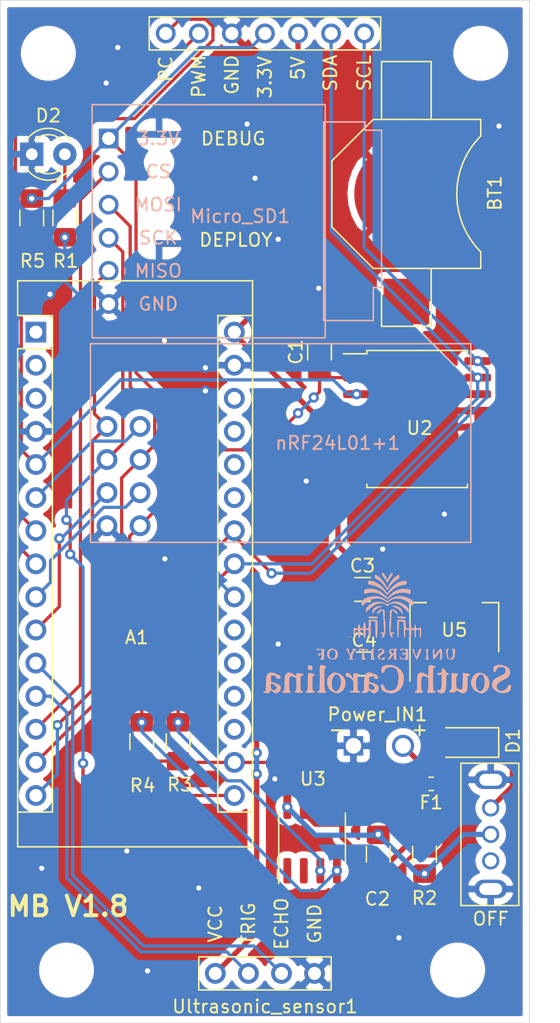
<source format=kicad_pcb>
(kicad_pcb (version 20171130) (host pcbnew "(5.1.6)-1")
  (layers (0 F.Cu signal) (31 B.Cu signal) (34 B.Paste user) (35 F.Paste user) (36 B.SilkS user) (37 F.SilkS user) (38 B.Mask user) (39 F.Mask user) (44 Edge.Cuts user))
  (net 0 "")
  (net 1 GND)
  (net 2 "Net-(D1-Pad2)")
  (net 3 "Net-(F1-Pad2)")
  (net 4 "Net-(switch1-Pad3)")
  (net 5 "Net-(BT1-Pad1)")
  (net 6 "Net-(U2-Pad1)")
  (net 7 "Net-(U2-Pad4)")
  (net 8 "Net-(A1-Pad1)")
  (net 9 "Net-(A1-Pad17)")
  (net 10 "Net-(A1-Pad2)")
  (net 11 "Net-(A1-Pad18)")
  (net 12 "Net-(A1-Pad3)")
  (net 13 "Net-(A1-Pad19)")
  (net 14 "Net-(A1-Pad20)")
  (net 15 "Net-(A1-Pad5)")
  (net 16 "Net-(A1-Pad21)")
  (net 17 "Net-(A1-Pad6)")
  (net 18 "Net-(A1-Pad22)")
  (net 19 "Net-(A1-Pad7)")
  (net 20 "Net-(A1-Pad23)")
  (net 21 "Net-(A1-Pad8)")
  (net 22 "Net-(A1-Pad24)")
  (net 23 "Net-(A1-Pad9)")
  (net 24 "Net-(A1-Pad25)")
  (net 25 "Net-(A1-Pad10)")
  (net 26 "Net-(A1-Pad26)")
  (net 27 "Net-(A1-Pad11)")
  (net 28 "Net-(A1-Pad27)")
  (net 29 "Net-(A1-Pad12)")
  (net 30 "Net-(A1-Pad28)")
  (net 31 "Net-(A1-Pad13)")
  (net 32 "Net-(A1-Pad14)")
  (net 33 "Net-(A1-Pad15)")
  (net 34 "Net-(A1-Pad16)")
  (net 35 "Net-(C2-Pad1)")
  (net 36 "Net-(C2-Pad2)")
  (net 37 "Net-(U3-Pad1)")
  (net 38 "Net-(U3-Pad2)")
  (net 39 "Net-(A1-Pad30)")
  (net 40 "Net-(D1-Pad1)")
  (net 41 "Net-(D2-Pad2)")
  (module custom:small_microSD_v2 (layer F.Cu) (at 142.3035 88.9635 90)
    (fp_text reference Micro_SD1 (at 1.016 13.2715 180) (layer B.SilkS))
    (fp_text value small_microSD)
    (fp_text user MISO (at -3.175 6.985) (layer B.SilkS))
    (fp_text user CS (at 4.445 6.985) (layer B.SilkS))
    (fp_text user MOSI (at 1.905 6.985) (layer B.SilkS))
    (fp_text user 3.3V (at 6.985 6.985) (layer B.SilkS))
    (fp_text user SCK (at -0.635 6.985) (layer B.SilkS))
    (fp_text user GND (at -5.715 6.985) (layer B.SilkS))
    (pad 5 thru_hole circle (at -3.175 3.175 90) (size 1.524 1.524) (drill 1) (layers *.Cu *.Mask) (net 33 "Net-(A1-Pad15)"))
    (pad 2 thru_hole circle (at 4.445 3.175 90) (size 1.524 1.524) (drill 1) (layers *.Cu *.Mask) (net 31 "Net-(A1-Pad13)"))
    (pad 1 thru_hole rect (at 6.985 3.175 90) (size 1.524 1.524) (drill 1) (layers *.Cu *.Mask) (net 9 "Net-(A1-Pad17)"))
    (pad 3 thru_hole circle (at 1.905 3.175 90) (size 1.524 1.524) (drill 1) (layers *.Cu *.Mask) (net 32 "Net-(A1-Pad14)"))
    (pad 4 thru_hole circle (at -0.635 3.175 90) (size 1.524 1.524) (drill 1) (layers *.Cu *.Mask) (net 34 "Net-(A1-Pad16)"))
    (pad 6 thru_hole circle (at -5.715 3.175 90) (size 1.524 1.524) (drill 1) (layers *.Cu *.Mask) (net 1 GND))
  )
  (module UofSC_logo:uofsc_logo_0_75in (layer B.Cu) (at 166.878 119.888 180)
    (fp_text reference G*** hide)
    (fp_text value LOGO hide)
  )
  (module MountingHole:MountingHole_3.2mm_M3 (layer F.Cu) (at 140.843 75.438)
    (fp_text reference REF** hide)
    (fp_text value MountingHole_3.2mm_M3)
    (pad 1 np_thru_hole circle (at 0 0) (size 3.2 3.2) (drill 3.2) (layers *.Cu *.Mask))
  )
  (module MountingHole:MountingHole_3.2mm_M3 (layer F.Cu) (at 172.2755 145.796)
    (fp_text reference REF** hide)
    (fp_text value MountingHole_3.2mm_M3)
    (pad 1 np_thru_hole circle (at 0 0) (size 3.2 3.2) (drill 3.2) (layers *.Cu *.Mask))
  )
  (module MountingHole:MountingHole_3.2mm_M3 (layer F.Cu) (at 174.0535 75.438)
    (fp_text reference REF** hide)
    (fp_text value MountingHole_3.2mm_M3)
    (pad 1 np_thru_hole circle (at 0 0) (size 3.2 3.2) (drill 3.2) (layers *.Cu *.Mask))
  )
  (module MountingHole:MountingHole_3.2mm_M3 (layer F.Cu) (at 142.24 145.796)
    (fp_text reference REF** hide)
    (fp_text value MountingHole_3.2mm_M3)
    (pad 1 np_thru_hole circle (at 0 0) (size 3.2 3.2) (drill 3.2) (layers *.Cu *.Mask))
  )
  (module Module:Arduino_Nano (layer F.Cu) (at 139.8905 96.8375)
    (fp_text reference A1 (at 7.747 23.4315) (layer F.SilkS))
    (fp_text value Arduino_Nano_v2.x-MCU_Module)
    (pad 1 thru_hole rect (at 0 0) (size 1.6 1.6) (drill 1) (layers *.Cu *.Mask) (net 8 "Net-(A1-Pad1)"))
    (pad 17 thru_hole oval (at 15.24 33.02) (size 1.6 1.6) (drill 1) (layers *.Cu *.Mask) (net 9 "Net-(A1-Pad17)"))
    (pad 2 thru_hole oval (at 0 2.54) (size 1.6 1.6) (drill 1) (layers *.Cu *.Mask) (net 10 "Net-(A1-Pad2)"))
    (pad 18 thru_hole oval (at 15.24 30.48) (size 1.6 1.6) (drill 1) (layers *.Cu *.Mask) (net 11 "Net-(A1-Pad18)"))
    (pad 3 thru_hole oval (at 0 5.08) (size 1.6 1.6) (drill 1) (layers *.Cu *.Mask) (net 12 "Net-(A1-Pad3)"))
    (pad 19 thru_hole oval (at 15.24 27.94) (size 1.6 1.6) (drill 1) (layers *.Cu *.Mask) (net 13 "Net-(A1-Pad19)"))
    (pad 4 thru_hole oval (at 0 7.62) (size 1.6 1.6) (drill 1) (layers *.Cu *.Mask) (net 1 GND))
    (pad 20 thru_hole oval (at 15.24 25.4) (size 1.6 1.6) (drill 1) (layers *.Cu *.Mask) (net 14 "Net-(A1-Pad20)"))
    (pad 5 thru_hole oval (at 0 10.16) (size 1.6 1.6) (drill 1) (layers *.Cu *.Mask) (net 15 "Net-(A1-Pad5)"))
    (pad 21 thru_hole oval (at 15.24 22.86) (size 1.6 1.6) (drill 1) (layers *.Cu *.Mask) (net 16 "Net-(A1-Pad21)"))
    (pad 6 thru_hole oval (at 0 12.7) (size 1.6 1.6) (drill 1) (layers *.Cu *.Mask) (net 17 "Net-(A1-Pad6)"))
    (pad 22 thru_hole oval (at 15.24 20.32) (size 1.6 1.6) (drill 1) (layers *.Cu *.Mask) (net 18 "Net-(A1-Pad22)"))
    (pad 7 thru_hole oval (at 0 15.24) (size 1.6 1.6) (drill 1) (layers *.Cu *.Mask) (net 19 "Net-(A1-Pad7)"))
    (pad 23 thru_hole oval (at 15.24 17.78) (size 1.6 1.6) (drill 1) (layers *.Cu *.Mask) (net 20 "Net-(A1-Pad23)"))
    (pad 8 thru_hole oval (at 0 17.78) (size 1.6 1.6) (drill 1) (layers *.Cu *.Mask) (net 21 "Net-(A1-Pad8)"))
    (pad 24 thru_hole oval (at 15.24 15.24) (size 1.6 1.6) (drill 1) (layers *.Cu *.Mask) (net 22 "Net-(A1-Pad24)"))
    (pad 9 thru_hole oval (at 0 20.32) (size 1.6 1.6) (drill 1) (layers *.Cu *.Mask) (net 23 "Net-(A1-Pad9)"))
    (pad 25 thru_hole oval (at 15.24 12.7) (size 1.6 1.6) (drill 1) (layers *.Cu *.Mask) (net 24 "Net-(A1-Pad25)"))
    (pad 10 thru_hole oval (at 0 22.86) (size 1.6 1.6) (drill 1) (layers *.Cu *.Mask) (net 25 "Net-(A1-Pad10)"))
    (pad 26 thru_hole oval (at 15.24 10.16) (size 1.6 1.6) (drill 1) (layers *.Cu *.Mask) (net 26 "Net-(A1-Pad26)"))
    (pad 11 thru_hole oval (at 0 25.4) (size 1.6 1.6) (drill 1) (layers *.Cu *.Mask) (net 27 "Net-(A1-Pad11)"))
    (pad 27 thru_hole oval (at 15.24 7.62) (size 1.6 1.6) (drill 1) (layers *.Cu *.Mask) (net 28 "Net-(A1-Pad27)"))
    (pad 12 thru_hole oval (at 0 27.94) (size 1.6 1.6) (drill 1) (layers *.Cu *.Mask) (net 29 "Net-(A1-Pad12)"))
    (pad 28 thru_hole oval (at 15.24 5.08) (size 1.6 1.6) (drill 1) (layers *.Cu *.Mask) (net 30 "Net-(A1-Pad28)"))
    (pad 13 thru_hole oval (at 0 30.48) (size 1.6 1.6) (drill 1) (layers *.Cu *.Mask) (net 31 "Net-(A1-Pad13)"))
    (pad 29 thru_hole oval (at 15.24 2.54) (size 1.6 1.6) (drill 1) (layers *.Cu *.Mask) (net 1 GND))
    (pad 14 thru_hole oval (at 0 33.02) (size 1.6 1.6) (drill 1) (layers *.Cu *.Mask) (net 32 "Net-(A1-Pad14)"))
    (pad 30 thru_hole oval (at 15.24 0) (size 1.6 1.6) (drill 1) (layers *.Cu *.Mask) (net 39 "Net-(A1-Pad30)"))
    (pad 15 thru_hole oval (at 0 35.56) (size 1.6 1.6) (drill 1) (layers *.Cu *.Mask) (net 33 "Net-(A1-Pad15)"))
    (pad 16 thru_hole oval (at 15.24 35.56) (size 1.6 1.6) (drill 1) (layers *.Cu *.Mask) (net 34 "Net-(A1-Pad16)"))
  )
  (module custom:battery_holder_10mm (layer F.Cu) (at 168.3385 86.233 270)
    (fp_text reference BT1 (at -0.0635 -6.7945 90) (layer F.SilkS))
    (fp_text value Battery_Cell)
    (pad 1 smd rect (at 8.255 0 180) (size 3.5 3.5) (layers F.Cu F.Mask) (net 5 "Net-(BT1-Pad1)"))
    (pad 1 smd rect (at -8.255 0 180) (size 3.5 3.5) (layers F.Cu F.Mask) (net 5 "Net-(BT1-Pad1)"))
    (pad 2 smd circle (at 0 0 180) (size 8 8) (layers F.Cu F.Mask) (net 1 GND))
  )
  (module Capacitor_SMD:C_1206_3216Metric_Pad1.42x1.75mm_HandSolder (layer F.Cu) (at 161.671 98.3615 90)
    (fp_text reference C1 (at 0 -1.82 90) (layer F.SilkS))
    (fp_text value C)
    (pad 2 smd roundrect (at 1.4875 0 90) (size 1.425 1.75) (layers F.Cu F.Paste F.Mask) (roundrect_rratio 0.175439) (net 1 GND))
    (pad 1 smd roundrect (at -1.4875 0 90) (size 1.425 1.75) (layers F.Cu F.Paste F.Mask) (roundrect_rratio 0.175439) (net 9 "Net-(A1-Pad17)"))
  )
  (module Capacitor_SMD:C_1206_3216Metric_Pad1.42x1.75mm_HandSolder (layer F.Cu) (at 166.1795 136.906 270)
    (fp_text reference C2 (at 3.429 0.0635) (layer F.SilkS))
    (fp_text value C)
    (pad 1 smd roundrect (at -1.4875 0 270) (size 1.425 1.75) (layers F.Cu F.Paste F.Mask) (roundrect_rratio 0.175439) (net 35 "Net-(C2-Pad1)"))
    (pad 2 smd roundrect (at 1.4875 0 270) (size 1.425 1.75) (layers F.Cu F.Paste F.Mask) (roundrect_rratio 0.175439) (net 36 "Net-(C2-Pad2)"))
  )
  (module Capacitor_SMD:C_1206_3216Metric_Pad1.42x1.75mm_HandSolder (layer F.Cu) (at 164.973 116.586)
    (fp_text reference C3 (at 0 -1.82) (layer F.SilkS))
    (fp_text value C)
    (pad 1 smd roundrect (at -1.4875 0) (size 1.425 1.75) (layers F.Cu F.Paste F.Mask) (roundrect_rratio 0.175439) (net 1 GND))
    (pad 2 smd roundrect (at 1.4875 0) (size 1.425 1.75) (layers F.Cu F.Paste F.Mask) (roundrect_rratio 0.175439) (net 39 "Net-(A1-Pad30)"))
  )
  (module Capacitor_SMD:C_1206_3216Metric_Pad1.42x1.75mm_HandSolder (layer F.Cu) (at 165.1 122.301)
    (fp_text reference C4 (at 0 -1.82) (layer F.SilkS))
    (fp_text value C)
    (pad 2 smd roundrect (at 1.4875 0) (size 1.425 1.75) (layers F.Cu F.Paste F.Mask) (roundrect_rratio 0.175439) (net 36 "Net-(C2-Pad2)"))
    (pad 1 smd roundrect (at -1.4875 0) (size 1.425 1.75) (layers F.Cu F.Paste F.Mask) (roundrect_rratio 0.175439) (net 1 GND))
  )
  (module Diode_SMD:D_1206_3216Metric_Pad1.42x1.75mm_HandSolder (layer F.Cu) (at 172.974 128.3335 180)
    (fp_text reference D1 (at -3.556 0.127 90) (layer F.SilkS))
    (fp_text value D)
    (pad 1 smd roundrect (at -1.4875 0 180) (size 1.425 1.75) (layers F.Cu F.Paste F.Mask) (roundrect_rratio 0.175439) (net 40 "Net-(D1-Pad1)"))
    (pad 2 smd roundrect (at 1.4875 0 180) (size 1.425 1.75) (layers F.Cu F.Paste F.Mask) (roundrect_rratio 0.175439) (net 2 "Net-(D1-Pad2)"))
  )
  (module LED_THT:LED_D3.0mm (layer F.Cu) (at 139.573 83.185)
    (fp_text reference D2 (at 1.27 -2.96) (layer F.SilkS))
    (fp_text value LED)
    (pad 1 thru_hole rect (at 0 0) (size 1.8 1.8) (drill 0.9) (layers *.Cu *.Mask) (net 1 GND))
    (pad 2 thru_hole circle (at 2.54 0) (size 1.8 1.8) (drill 0.9) (layers *.Cu *.Mask) (net 41 "Net-(D2-Pad2)"))
  )
  (module Resistor_SMD:R_0603_1608Metric_Pad1.05x0.95mm_HandSolder (layer F.Cu) (at 170.2435 131.5085 180)
    (fp_text reference F1 (at 0 -1.43) (layer F.SilkS))
    (fp_text value Fuse)
    (pad 1 smd roundrect (at -0.875 0 180) (size 1.05 0.95) (layers F.Cu F.Paste F.Mask) (net 2 "Net-(D1-Pad2)"))
    (pad 2 smd roundrect (at 0.875 0 180) (size 1.05 0.95) (layers F.Cu F.Paste F.Mask) (net 3 "Net-(F1-Pad2)"))
  )
  (module custom:nRF24L01+ (layer F.Cu) (at 156.7815 105.3465 270)
    (fp_text reference nRF24L01+1 (at 0 -6.2865 180) (layer B.SilkS))
    (fp_text value nRF24L01+)
    (pad 3 thru_hole circle (at 1.27 8.89 270) (size 1.6 1.6) (drill 1) (layers *.Cu *.Mask) (net 32 "Net-(A1-Pad14)"))
    (pad 7 thru_hole circle (at 1.27 11.43 270) (size 1.6 1.6) (drill 1) (layers *.Cu *.Mask) (net 34 "Net-(A1-Pad16)"))
    (pad 5 thru_hole circle (at 6.35 11.43 270) (size 1.6 1.6) (drill 1) (layers *.Cu *.Mask) (net 1 GND))
    (pad 6 thru_hole circle (at 3.81 11.43 270) (size 1.6 1.6) (drill 1) (layers *.Cu *.Mask) (net 25 "Net-(A1-Pad10)"))
    (pad 2 thru_hole circle (at 3.81 8.89 270) (size 1.6 1.6) (drill 1) (layers *.Cu *.Mask) (net 23 "Net-(A1-Pad9)"))
    (pad 1 thru_hole circle (at 6.35 8.89 270) (size 1.6 1.6) (drill 1) (layers *.Cu *.Mask) (net 9 "Net-(A1-Pad17)"))
    (pad 4 thru_hole circle (at -1.27 8.89 270) (size 1.6 1.6) (drill 1) (layers *.Cu *.Mask) (net 17 "Net-(A1-Pad6)"))
    (pad 8 thru_hole circle (at -1.27 11.43 270) (size 1.6 1.6) (drill 1) (layers *.Cu *.Mask) (net 33 "Net-(A1-Pad15)"))
  )
  (module custom:XT60PW (layer F.Cu) (at 166.8145 126.0475)
    (fp_text reference Power_IN1 (at -0.6985 0.127) (layer F.SilkS))
    (fp_text value XP60PW)
    (fp_text user + (at 2.54 1.27) (layer F.SilkS))
    (fp_text user - (at -3.81 1.27) (layer F.SilkS))
    (pad 2 thru_hole circle (at 1.27 2.54) (size 1.7 1.7) (drill 1.2) (layers *.Cu *.Mask) (net 3 "Net-(F1-Pad2)"))
    (pad 1 thru_hole rect (at -2.54 2.54) (size 1.5 1.5) (drill 1.2) (layers *.Cu *.Mask) (net 1 GND))
  )
  (module Capacitor_SMD:C_1206_3216Metric_Pad1.42x1.75mm_HandSolder (layer F.Cu) (at 142.113 88.0745 90)
    (fp_text reference R1 (at -3.302 0.0635 180) (layer F.SilkS))
    (fp_text value 1k)
    (pad 1 smd roundrect (at -1.4875 0 90) (size 1.425 1.75) (layers F.Cu F.Paste F.Mask) (roundrect_rratio 0.175439) (net 18 "Net-(A1-Pad22)"))
    (pad 2 smd roundrect (at 1.4875 0 90) (size 1.425 1.75) (layers F.Cu F.Paste F.Mask) (roundrect_rratio 0.175439) (net 41 "Net-(D2-Pad2)"))
  )
  (module Resistor_SMD:R_1206_3216Metric_Pad1.42x1.75mm_HandSolder (layer F.Cu) (at 169.7355 136.906 90)
    (fp_text reference R2 (at -3.3655 0) (layer F.SilkS))
    (fp_text value Rs)
    (pad 2 smd roundrect (at 1.4875 0 90) (size 1.425 1.75) (layers F.Cu F.Paste F.Mask) (roundrect_rratio 0.175439) (net 36 "Net-(C2-Pad2)"))
    (pad 1 smd roundrect (at -1.4875 0 90) (size 1.425 1.75) (layers F.Cu F.Paste F.Mask) (roundrect_rratio 0.175439) (net 35 "Net-(C2-Pad1)"))
  )
  (module Capacitor_SMD:C_1206_3216Metric_Pad1.42x1.75mm_HandSolder (layer F.Cu) (at 150.8125 128.27 90)
    (fp_text reference R3 (at -3.302 0.127 180) (layer F.SilkS))
    (fp_text value 4.7k)
    (pad 1 smd roundrect (at -1.4875 0 90) (size 1.425 1.75) (layers F.Cu F.Paste F.Mask) (roundrect_rratio 0.175439) (net 9 "Net-(A1-Pad17)"))
    (pad 2 smd roundrect (at 1.4875 0 90) (size 1.425 1.75) (layers F.Cu F.Paste F.Mask) (roundrect_rratio 0.175439) (net 20 "Net-(A1-Pad23)"))
  )
  (module Capacitor_SMD:C_1206_3216Metric_Pad1.42x1.75mm_HandSolder (layer F.Cu) (at 148.0185 128.27 90)
    (fp_text reference R4 (at -3.3655 0.0635 180) (layer F.SilkS))
    (fp_text value 4.7k)
    (pad 2 smd roundrect (at 1.4875 0 90) (size 1.425 1.75) (layers F.Cu F.Paste F.Mask) (roundrect_rratio 0.175439) (net 22 "Net-(A1-Pad24)"))
    (pad 1 smd roundrect (at -1.4875 0 90) (size 1.425 1.75) (layers F.Cu F.Paste F.Mask) (roundrect_rratio 0.175439) (net 9 "Net-(A1-Pad17)"))
  )
  (module Resistor_SMD:R_1206_3216Metric_Pad1.42x1.75mm_HandSolder (layer F.Cu) (at 139.573 88.0745 90)
    (fp_text reference R5 (at -3.302 0.0635 180) (layer F.SilkS))
    (fp_text value 4.7k)
    (pad 1 smd roundrect (at -1.4875 0 90) (size 1.425 1.75) (layers F.Cu F.Paste F.Mask) (roundrect_rratio 0.175439) (net 15 "Net-(A1-Pad5)"))
    (pad 2 smd roundrect (at 1.4875 0 90) (size 1.425 1.75) (layers F.Cu F.Paste F.Mask) (roundrect_rratio 0.175439) (net 9 "Net-(A1-Pad17)"))
  )
  (module custom:grounded_switch (layer F.Cu) (at 179.8955 135.382 270)
    (fp_text reference switch1 hide)
    (fp_text value grounded_switch)
    (pad 1 thru_hole circle (at -2.032 5.08 270) (size 1.324 1.324) (drill 0.914) (layers *.Cu *.Mask) (net 40 "Net-(D1-Pad1)"))
    (pad 2 thru_hole circle (at 0 5.08 270) (size 1.324 1.324) (drill 0.914) (layers *.Cu *.Mask) (net 35 "Net-(C2-Pad1)"))
    (pad 3 thru_hole circle (at 2.032 5.08 270) (size 1.324 1.324) (drill 0.914) (layers *.Cu *.Mask) (net 4 "Net-(switch1-Pad3)"))
    (pad 4 thru_hole oval (at -4.191 5.08) (size 2.524 1.424) (drill oval 1.76 0.914) (layers *.Cu *.Mask) (net 1 GND))
    (pad 5 thru_hole oval (at 4.191 5.08) (size 2.524 1.424) (drill oval 1.76 0.914) (layers *.Cu *.Mask) (net 1 GND))
  )
  (module Package_SO:SOIC-16W_7.5x10.3mm_P1.27mm (layer F.Cu) (at 169.164 103.505)
    (fp_text reference U2 (at 0.1905 0.6985) (layer F.SilkS))
    (fp_text value DS3231M)
    (pad 1 smd roundrect (at -4.65 -4.445) (size 2.05 0.6) (layers F.Cu F.Paste F.Mask) (net 6 "Net-(U2-Pad1)"))
    (pad 2 smd roundrect (at -4.65 -3.175) (size 2.05 0.6) (layers F.Cu F.Paste F.Mask) (net 9 "Net-(A1-Pad17)"))
    (pad 3 smd roundrect (at -4.65 -1.905) (size 2.05 0.6) (layers F.Cu F.Paste F.Mask) (net 15 "Net-(A1-Pad5)"))
    (pad 4 smd roundrect (at -4.65 -0.635) (size 2.05 0.6) (layers F.Cu F.Paste F.Mask) (net 7 "Net-(U2-Pad4)"))
    (pad 5 smd roundrect (at -4.65 0.635) (size 2.05 0.6) (layers F.Cu F.Paste F.Mask) (net 1 GND))
    (pad 6 smd roundrect (at -4.65 1.905) (size 2.05 0.6) (layers F.Cu F.Paste F.Mask) (net 1 GND))
    (pad 7 smd roundrect (at -4.65 3.175) (size 2.05 0.6) (layers F.Cu F.Paste F.Mask) (net 1 GND))
    (pad 8 smd roundrect (at -4.65 4.445) (size 2.05 0.6) (layers F.Cu F.Paste F.Mask) (net 1 GND))
    (pad 9 smd roundrect (at 4.65 4.445) (size 2.05 0.6) (layers F.Cu F.Paste F.Mask) (net 1 GND))
    (pad 10 smd roundrect (at 4.65 3.175) (size 2.05 0.6) (layers F.Cu F.Paste F.Mask) (net 1 GND))
    (pad 11 smd roundrect (at 4.65 1.905) (size 2.05 0.6) (layers F.Cu F.Paste F.Mask) (net 1 GND))
    (pad 12 smd roundrect (at 4.65 0.635) (size 2.05 0.6) (layers F.Cu F.Paste F.Mask) (net 1 GND))
    (pad 13 smd roundrect (at 4.65 -0.635) (size 2.05 0.6) (layers F.Cu F.Paste F.Mask) (net 1 GND))
    (pad 14 smd roundrect (at 4.65 -1.905) (size 2.05 0.6) (layers F.Cu F.Paste F.Mask) (net 5 "Net-(BT1-Pad1)"))
    (pad 15 smd roundrect (at 4.65 -3.175) (size 2.05 0.6) (layers F.Cu F.Paste F.Mask) (net 20 "Net-(A1-Pad23)"))
    (pad 16 smd roundrect (at 4.65 -4.445) (size 2.05 0.6) (layers F.Cu F.Paste F.Mask) (net 22 "Net-(A1-Pad24)"))
  )
  (module Package_SO:SOIC-8_3.9x4.9mm_P1.27mm (layer F.Cu) (at 161.0995 135.6995 90)
    (fp_text reference U3 (at 4.572 0.0635 180) (layer F.SilkS))
    (fp_text value INA219AxD)
    (pad 1 smd roundrect (at -2.475 -1.905 90) (size 1.95 0.6) (layers F.Cu F.Paste F.Mask) (net 37 "Net-(U3-Pad1)"))
    (pad 2 smd roundrect (at -2.475 -0.635 90) (size 1.95 0.6) (layers F.Cu F.Paste F.Mask) (net 38 "Net-(U3-Pad2)"))
    (pad 3 smd roundrect (at -2.475 0.635 90) (size 1.95 0.6) (layers F.Cu F.Paste F.Mask) (net 20 "Net-(A1-Pad23)"))
    (pad 4 smd roundrect (at -2.475 1.905 90) (size 1.95 0.6) (layers F.Cu F.Paste F.Mask) (net 22 "Net-(A1-Pad24)"))
    (pad 5 smd roundrect (at 2.475 1.905 90) (size 1.95 0.6) (layers F.Cu F.Paste F.Mask) (net 9 "Net-(A1-Pad17)"))
    (pad 6 smd roundrect (at 2.475 0.635 90) (size 1.95 0.6) (layers F.Cu F.Paste F.Mask) (net 1 GND))
    (pad 7 smd roundrect (at 2.475 -0.635 90) (size 1.95 0.6) (layers F.Cu F.Paste F.Mask) (net 36 "Net-(C2-Pad2)"))
    (pad 8 smd roundrect (at 2.475 -1.905 90) (size 1.95 0.6) (layers F.Cu F.Paste F.Mask) (net 35 "Net-(C2-Pad1)"))
  )
  (module Package_TO_SOT_SMD:SOT-223-3_TabPin2 (layer F.Cu) (at 172.0215 119.507 90)
    (fp_text reference U5 (at -0.1905 0 unlocked) (layer F.SilkS))
    (fp_text value KA78M05_TO252)
    (pad 2 smd rect (at 3.15 0 90) (size 2 3.8) (layers F.Cu F.Paste F.Mask) (net 1 GND))
    (pad 2 smd rect (at -3.15 0 90) (size 2 1.5) (layers F.Cu F.Paste F.Mask) (net 1 GND))
    (pad 3 smd rect (at -3.15 2.3 90) (size 2 1.5) (layers F.Cu F.Paste F.Mask) (net 39 "Net-(A1-Pad30)"))
    (pad 1 smd rect (at -3.15 -2.3 90) (size 2 1.5) (layers F.Cu F.Paste F.Mask) (net 36 "Net-(C2-Pad2)"))
  )
  (module custom:HCSR04 (layer F.Cu) (at 157.48 144.78)
    (fp_text reference Ultrasonic_sensor1 (at 0 3.81) (layer F.SilkS))
    (fp_text value HCSR04)
    (fp_text user VCC (at -3.81 -2.54 90) (layer F.SilkS))
    (fp_text user TRIG (at -1.27 -2.54 90) (layer F.SilkS))
    (fp_text user ECHO (at 1.27 -2.54 90) (layer F.SilkS))
    (fp_text user GND (at 3.81 -2.54 90) (layer F.SilkS))
    (pad 1 thru_hole circle (at 3.81 1.27) (size 1.6 1.6) (drill 1) (layers *.Cu *.Mask) (net 1 GND))
    (pad 2 thru_hole circle (at 1.27 1.27) (size 1.6 1.6) (drill 1) (layers *.Cu *.Mask) (net 27 "Net-(A1-Pad11)"))
    (pad 3 thru_hole circle (at -1.27 1.27) (size 1.6 1.6) (drill 1) (layers *.Cu *.Mask) (net 29 "Net-(A1-Pad12)"))
    (pad 4 thru_hole circle (at -3.81 1.27) (size 1.6 1.6) (drill 1) (layers *.Cu *.Mask) (net 39 "Net-(A1-Pad30)"))
  )
  (module custom:top_rail_v2 (layer F.Cu) (at 160.02 76.454 180)
    (fp_text reference U1 hide)
    (fp_text value top_rail_v2)
    (fp_text user SCL (at -5.08 -0.508 90) (layer F.SilkS))
    (fp_text user SDA (at -2.4765 -0.508 90) (layer F.SilkS))
    (fp_text user 5V (at 0 -0.127 90) (layer F.SilkS))
    (fp_text user 3.3V (at 2.54 -0.8255 90) (layer F.SilkS))
    (fp_text user GND (at 5.08 -0.635 90) (layer F.SilkS))
    (fp_text user PWM (at 7.62 -0.762 90) (layer F.SilkS))
    (fp_text user PC (at 10.16 -0.1905 90) (layer F.SilkS))
    (pad 2 thru_hole circle (at -5.08 2.54 180) (size 1.524 1.524) (drill 1) (layers *.Cu *.Mask B.Paste) (net 22 "Net-(A1-Pad24)"))
    (pad 3 thru_hole circle (at -2.54 2.54 180) (size 1.524 1.524) (drill 1) (layers *.Cu *.Mask B.Paste) (net 20 "Net-(A1-Pad23)"))
    (pad 4 thru_hole circle (at 0 2.54 180) (size 1.524 1.524) (drill 1) (layers *.Cu *.Mask B.Paste) (net 39 "Net-(A1-Pad30)"))
    (pad 5 thru_hole circle (at 2.54 2.54 180) (size 1.524 1.524) (drill 1) (layers *.Cu *.Mask B.Paste) (net 9 "Net-(A1-Pad17)"))
    (pad 6 thru_hole circle (at 5.08 2.54 180) (size 1.524 1.524) (drill 1) (layers *.Cu *.Mask B.Paste) (net 1 GND))
    (pad 7 thru_hole circle (at 7.62 2.54 180) (size 1.524 1.524) (drill 1) (layers *.Cu *.Mask B.Paste) (net 21 "Net-(A1-Pad8)"))
    (pad 8 thru_hole circle (at 10.16 2.54 180) (size 1.524 1.524) (drill 1) (layers *.Cu *.Mask B.Paste) (net 19 "Net-(A1-Pad7)"))
  )
  (gr_text DEBUG (at 155.0416 81.9912) (layer F.SilkS) (effects (font (size 1 1))))
  (gr_text DEPLOY (at 155.2448 89.7636) (layer F.SilkS) (effects (font (size 1 1))))
  (gr_text OFF (at 174.8155 141.859) (layer F.SilkS) (effects (font (size 1 1))))
  (gr_text "MB V1.8" (at 142.367 140.9065) (layer F.SilkS) (effects (font (size 1.5 1.5) (thickness 0.3))))
  (gr_line (start 177.8 142.24) (end 177.8 78.74) (layer Edge.Cuts) (width 0.05))
  (gr_line (start 137.16 78.74) (end 137.16 71.374) (layer Edge.Cuts) (width 0.05))
  (gr_line (start 177.8 71.628) (end 177.8 71.374) (layer Edge.Cuts) (width 0.05))
  (gr_line (start 137.16 78.74) (end 137.16 142.24) (layer Edge.Cuts) (width 0.05))
  (gr_line (start 177.8 142.24) (end 177.8 149.86) (layer Edge.Cuts) (width 0.05))
  (gr_line (start 137.16 149.86) (end 137.16 142.24) (layer Edge.Cuts) (width 0.05))
  (gr_line (start 137.16 149.86) (end 177.8 149.86) (layer Edge.Cuts) (width 0.05))
  (gr_line (start 177.8 78.74) (end 177.8 71.628) (layer Edge.Cuts) (width 0.05))
  (gr_line (start 137.16 71.374) (end 177.8 71.374) (layer Edge.Cuts) (width 0.05))
  (via (at 160.655 108.2675) (size 0.8) (drill 0.4) (layers F.Cu B.Cu) (net 1))
  (via (at 171.2595 110.8075) (size 0.8) (drill 0.4) (layers F.Cu B.Cu) (net 1))
  (via (at 158.496 120.777) (size 0.8) (drill 0.4) (layers F.Cu B.Cu) (net 1))
  (via (at 149.7965 114.2365) (size 0.8) (drill 0.4) (layers F.Cu B.Cu) (net 1))
  (via (at 146.8755 136.652) (size 0.8) (drill 0.4) (layers F.Cu B.Cu) (net 1))
  (via (at 148.463 145.8595) (size 0.8) (drill 0.4) (layers F.Cu B.Cu) (net 1))
  (via (at 140.335 137.9855) (size 0.8) (drill 0.4) (layers F.Cu B.Cu) (net 1))
  (via (at 167.767 143.3195) (size 0.8) (drill 0.4) (layers F.Cu B.Cu) (net 1))
  (via (at 156.718 85.0265) (size 0.8) (drill 0.4) (layers F.Cu B.Cu) (net 1))
  (via (at 146.177 74.9935) (size 0.8) (drill 0.4) (layers F.Cu B.Cu) (net 1))
  (via (at 158.496 89.7128) (size 0.8) (drill 0.4) (layers F.Cu B.Cu) (net 1))
  (via (at 161.6075 93.472) (size 0.8) (drill 0.4) (layers F.Cu B.Cu) (net 1))
  (via (at 175.4505 81.026) (size 0.8) (drill 0.4) (layers F.Cu B.Cu) (net 1))
  (via (at 158.242 131.1275) (size 0.8) (drill 0.4) (layers F.Cu B.Cu) (net 1))
  (segment (start 161.7345 132.2495) (end 161.7345 133.2245) (width 0.4) (layer F.Cu) (net 1))
  (segment (start 158.242 131.1275) (end 160.6125 131.1275) (width 0.4) (layer F.Cu) (net 1))
  (segment (start 160.6125 131.1275) (end 161.7345 132.2495) (width 0.4) (layer F.Cu) (net 1))
  (via (at 149.7584 97.4852) (size 0.8) (drill 0.4) (layers F.Cu B.Cu) (net 1))
  (via (at 140.97 93.9292) (size 0.8) (drill 0.4) (layers F.Cu B.Cu) (net 1))
  (via (at 145.288 77.724) (size 0.8) (drill 0.4) (layers F.Cu B.Cu) (net 1))
  (via (at 156.1084 80.8736) (size 0.8) (drill 0.4) (layers F.Cu B.Cu) (net 1))
  (via (at 166.5224 113.4872) (size 0.8) (drill 0.4) (layers F.Cu B.Cu) (net 1))
  (via (at 152.4 139.4968) (size 0.8) (drill 0.4) (layers F.Cu B.Cu) (net 1))
  (segment (start 171.4865 131.1405) (end 171.1185 131.5085) (width 0.4) (layer F.Cu) (net 2))
  (segment (start 171.4865 128.3335) (end 171.4865 131.1405) (width 0.4) (layer F.Cu) (net 2))
  (segment (start 169.3685 129.8715) (end 168.0845 128.5875) (width 0.4) (layer F.Cu) (net 3))
  (segment (start 169.3685 131.5085) (end 169.3685 129.8715) (width 0.4) (layer F.Cu) (net 3))
  (segment (start 172.663501 90.162999) (end 168.3385 94.488) (width 0.25) (layer F.Cu) (net 5))
  (segment (start 172.663501 82.303001) (end 172.663501 90.162999) (width 0.25) (layer F.Cu) (net 5))
  (segment (start 168.3385 77.978) (end 172.663501 82.303001) (width 0.25) (layer F.Cu) (net 5))
  (segment (start 173.387232 101.6) (end 173.814 101.6) (width 0.25) (layer F.Cu) (net 5))
  (segment (start 168.3385 96.551268) (end 173.387232 101.6) (width 0.25) (layer F.Cu) (net 5))
  (segment (start 168.3385 94.488) (end 168.3385 96.551268) (width 0.25) (layer F.Cu) (net 5))
  (segment (start 150.9125 129.8575) (end 150.8125 129.7575) (width 0.25) (layer F.Cu) (net 9))
  (segment (start 155.1305 129.8575) (end 150.9125 129.8575) (width 0.25) (layer F.Cu) (net 9))
  (segment (start 150.8125 129.7575) (end 148.0185 129.7575) (width 0.25) (layer F.Cu) (net 9))
  (segment (start 162.152 100.33) (end 161.671 99.849) (width 0.25) (layer F.Cu) (net 9))
  (segment (start 164.514 100.33) (end 162.152 100.33) (width 0.25) (layer F.Cu) (net 9))
  (via (at 139.573 86.587) (size 0.8) (drill 0.4) (layers F.Cu B.Cu) (net 9))
  (segment (start 145.4785 81.9785) (end 140.87 86.587) (width 0.25) (layer B.Cu) (net 9))
  (segment (start 140.87 86.587) (end 139.573 86.587) (width 0.25) (layer B.Cu) (net 9))
  (segment (start 163.0045 132.2495) (end 163.0045 133.2245) (width 0.25) (layer F.Cu) (net 9))
  (segment (start 160.6125 129.8575) (end 163.0045 132.2495) (width 0.25) (layer F.Cu) (net 9))
  (segment (start 155.1305 129.8575) (end 160.6125 129.8575) (width 0.25) (layer F.Cu) (net 9))
  (via (at 161.2265 101.854) (size 0.8) (drill 0.4) (layers F.Cu B.Cu) (net 9))
  (segment (start 161.671 99.849) (end 161.671 101.4095) (width 0.25) (layer F.Cu) (net 9))
  (segment (start 161.671 101.4095) (end 161.2265 101.854) (width 0.25) (layer F.Cu) (net 9))
  (via (at 160.02 103.0605) (size 0.8) (drill 0.4) (layers F.Cu B.Cu) (net 9))
  (segment (start 161.2265 101.854) (end 160.02 103.0605) (width 0.25) (layer B.Cu) (net 9))
  (segment (start 157.208001 105.872499) (end 153.715501 105.872499) (width 0.25) (layer F.Cu) (net 9))
  (segment (start 160.02 103.0605) (end 157.208001 105.872499) (width 0.25) (layer F.Cu) (net 9))
  (segment (start 153.715501 105.872499) (end 153.63825 105.94975) (width 0.25) (layer F.Cu) (net 9))
  (segment (start 153.63825 105.94975) (end 147.8915 111.6965) (width 0.25) (layer F.Cu) (net 9))
  (segment (start 147.091501 125.808809) (end 146.81849 126.08182) (width 0.25) (layer F.Cu) (net 9))
  (segment (start 147.091501 112.496499) (end 147.091501 125.808809) (width 0.25) (layer F.Cu) (net 9))
  (segment (start 146.81849 128.55749) (end 148.0185 129.7575) (width 0.25) (layer F.Cu) (net 9))
  (segment (start 146.81849 126.08182) (end 146.81849 128.55749) (width 0.25) (layer F.Cu) (net 9))
  (segment (start 147.8915 111.6965) (end 147.091501 112.496499) (width 0.25) (layer F.Cu) (net 9))
  (segment (start 153.57475 105.94975) (end 153.63825 105.94975) (width 0.25) (layer F.Cu) (net 9))
  (segment (start 147.57951 99.95451) (end 153.57475 105.94975) (width 0.25) (layer F.Cu) (net 9))
  (segment (start 147.57951 84.07951) (end 147.57951 99.95451) (width 0.25) (layer F.Cu) (net 9))
  (segment (start 145.4785 81.9785) (end 147.57951 84.07951) (width 0.25) (layer F.Cu) (net 9))
  (segment (start 152.455999 75.001001) (end 145.4785 81.9785) (width 0.25) (layer B.Cu) (net 9))
  (segment (start 156.392999 75.001001) (end 152.455999 75.001001) (width 0.25) (layer B.Cu) (net 9))
  (segment (start 157.48 73.914) (end 156.392999 75.001001) (width 0.25) (layer B.Cu) (net 9))
  (segment (start 138.765499 105.872499) (end 139.8905 106.9975) (width 0.25) (layer F.Cu) (net 15))
  (segment (start 138.765499 90.369501) (end 138.765499 105.872499) (width 0.25) (layer F.Cu) (net 15))
  (segment (start 139.573 89.562) (end 138.765499 90.369501) (width 0.25) (layer F.Cu) (net 15))
  (segment (start 146.385499 100.502501) (end 162.732501 100.502501) (width 0.25) (layer B.Cu) (net 15))
  (segment (start 139.8905 106.9975) (end 146.385499 100.502501) (width 0.25) (layer B.Cu) (net 15))
  (segment (start 162.732501 100.502501) (end 163.83 101.6) (width 0.25) (layer B.Cu) (net 15))
  (via (at 164.514 101.6) (size 0.8) (drill 0.4) (layers F.Cu B.Cu) (net 15))
  (segment (start 163.83 101.6) (end 164.514 101.6) (width 0.25) (layer B.Cu) (net 15))
  (segment (start 144.226499 105.201501) (end 139.8905 109.5375) (width 0.25) (layer B.Cu) (net 17))
  (segment (start 146.766499 105.201501) (end 144.226499 105.201501) (width 0.25) (layer B.Cu) (net 17))
  (segment (start 147.8915 104.0765) (end 146.766499 105.201501) (width 0.25) (layer B.Cu) (net 17))
  (segment (start 152.921761 72.826999) (end 150.947001 72.826999) (width 0.25) (layer F.Cu) (net 19))
  (segment (start 153.487001 74.435761) (end 153.487001 73.392239) (width 0.25) (layer F.Cu) (net 19))
  (segment (start 147.468261 80.454501) (end 153.487001 74.435761) (width 0.25) (layer F.Cu) (net 19))
  (segment (start 139.572999 80.454501) (end 147.468261 80.454501) (width 0.25) (layer F.Cu) (net 19))
  (segment (start 138.315489 81.712011) (end 139.572999 80.454501) (width 0.25) (layer F.Cu) (net 19))
  (segment (start 150.947001 72.826999) (end 149.86 73.914) (width 0.25) (layer F.Cu) (net 19))
  (segment (start 153.487001 73.392239) (end 152.921761 72.826999) (width 0.25) (layer F.Cu) (net 19))
  (segment (start 138.315489 110.502489) (end 138.315489 81.712011) (width 0.25) (layer F.Cu) (net 19))
  (segment (start 139.8905 112.0775) (end 138.315489 110.502489) (width 0.25) (layer F.Cu) (net 19))
  (segment (start 150.8125 118.9355) (end 155.1305 114.6175) (width 0.25) (layer F.Cu) (net 20))
  (segment (start 150.8125 126.7825) (end 150.8125 118.9355) (width 0.25) (layer F.Cu) (net 20))
  (via (at 173.814 100.33) (size 0.8) (drill 0.4) (layers F.Cu B.Cu) (net 20))
  (segment (start 162.56 73.8505) (end 162.56 89.076) (width 0.25) (layer B.Cu) (net 20))
  (segment (start 162.56 89.076) (end 173.814 100.33) (width 0.25) (layer B.Cu) (net 20))
  (segment (start 173.814 100.33) (end 173.814 101.903) (width 0.25) (layer B.Cu) (net 20))
  (segment (start 161.0995 114.6175) (end 155.1305 114.6175) (width 0.25) (layer B.Cu) (net 20))
  (segment (start 173.814 101.903) (end 161.0995 114.6175) (width 0.25) (layer B.Cu) (net 20))
  (via (at 150.8125 126.7825) (size 0.8) (drill 0.4) (layers F.Cu B.Cu) (net 20))
  (via (at 161.7345 138.1745) (size 0.8) (drill 0.4) (layers F.Cu B.Cu) (net 20))
  (segment (start 150.8125 126.7825) (end 150.8125 127.495) (width 0.25) (layer B.Cu) (net 20))
  (segment (start 150.8125 127.495) (end 154.589999 131.272499) (width 0.25) (layer B.Cu) (net 20))
  (segment (start 154.589999 131.272499) (end 155.670501 131.272499) (width 0.25) (layer B.Cu) (net 20))
  (segment (start 161.7345 137.336498) (end 161.7345 138.1745) (width 0.25) (layer B.Cu) (net 20))
  (segment (start 155.670501 131.272499) (end 161.7345 137.336498) (width 0.25) (layer B.Cu) (net 20))
  (segment (start 137.865479 109.721021) (end 137.8585 109.728) (width 0.25) (layer F.Cu) (net 21))
  (segment (start 137.8585 112.5855) (end 139.8905 114.6175) (width 0.25) (layer F.Cu) (net 21))
  (segment (start 137.865479 81.525611) (end 137.865479 109.721021) (width 0.25) (layer F.Cu) (net 21))
  (segment (start 139.386599 80.004491) (end 137.865479 81.525611) (width 0.25) (layer F.Cu) (net 21))
  (segment (start 137.8585 109.728) (end 137.8585 112.5855) (width 0.25) (layer F.Cu) (net 21))
  (segment (start 146.309509 80.004491) (end 144.658509 80.004491) (width 0.25) (layer F.Cu) (net 21))
  (segment (start 152.4 73.914) (end 146.309509 80.004491) (width 0.25) (layer F.Cu) (net 21))
  (segment (start 145.6096 80.00449) (end 144.658509 80.004491) (width 0.25) (layer F.Cu) (net 21))
  (segment (start 144.658509 80.004491) (end 139.386599 80.004491) (width 0.25) (layer F.Cu) (net 21))
  (segment (start 148.0185 119.1895) (end 155.1305 112.0775) (width 0.25) (layer F.Cu) (net 22))
  (segment (start 148.0185 126.7825) (end 148.0185 126.7825) (width 0.25) (layer F.Cu) (net 22))
  (via (at 173.814 99.06) (size 0.8) (drill 0.4) (layers F.Cu B.Cu) (net 22))
  (segment (start 165.1 73.8505) (end 165.1 90.346) (width 0.25) (layer B.Cu) (net 22))
  (segment (start 165.1 90.346) (end 173.814 99.06) (width 0.25) (layer B.Cu) (net 22))
  (via (at 157.988 115.3425) (size 0.8) (drill 0.4) (layers F.Cu B.Cu) (net 22))
  (segment (start 161.01091 115.3425) (end 157.988 115.3425) (width 0.25) (layer B.Cu) (net 22))
  (segment (start 174.539001 101.814409) (end 161.01091 115.3425) (width 0.25) (layer B.Cu) (net 22))
  (segment (start 173.814 99.06) (end 174.539001 99.785001) (width 0.25) (layer B.Cu) (net 22))
  (segment (start 174.539001 99.785001) (end 174.539001 101.814409) (width 0.25) (layer B.Cu) (net 22))
  (segment (start 155.1305 112.485) (end 155.1305 112.0775) (width 0.25) (layer F.Cu) (net 22))
  (segment (start 157.988 115.3425) (end 155.1305 112.485) (width 0.25) (layer F.Cu) (net 22))
  (segment (start 148.0185 126.7825) (end 148.0185 119.1895) (width 0.25) (layer F.Cu) (net 22))
  (via (at 148.0185 126.7825) (size 0.8) (drill 0.4) (layers F.Cu B.Cu) (net 22))
  (segment (start 148.0185 127.495) (end 160.2235 139.7) (width 0.25) (layer B.Cu) (net 22))
  (segment (start 148.0185 126.7825) (end 148.0185 127.495) (width 0.25) (layer B.Cu) (net 22))
  (via (at 163.0045 138.1745) (size 0.8) (drill 0.4) (layers F.Cu B.Cu) (net 22))
  (segment (start 160.2235 139.7) (end 161.479 139.7) (width 0.25) (layer B.Cu) (net 22))
  (segment (start 161.479 139.7) (end 163.0045 138.1745) (width 0.25) (layer B.Cu) (net 22))
  (segment (start 141.015501 116.032499) (end 139.8905 117.1575) (width 0.25) (layer B.Cu) (net 23))
  (segment (start 145.101497 110.281501) (end 141.015501 114.367497) (width 0.25) (layer B.Cu) (net 23))
  (segment (start 146.766499 110.281501) (end 145.101497 110.281501) (width 0.25) (layer B.Cu) (net 23))
  (segment (start 141.015501 114.367497) (end 141.015501 116.032499) (width 0.25) (layer B.Cu) (net 23))
  (segment (start 147.8915 109.1565) (end 146.766499 110.281501) (width 0.25) (layer B.Cu) (net 23))
  (via (at 141.688596 112.669096) (size 0.8) (drill 0.4) (layers F.Cu B.Cu) (net 25))
  (segment (start 145.3515 109.1565) (end 141.838904 112.669096) (width 0.25) (layer B.Cu) (net 25))
  (segment (start 141.838904 112.669096) (end 141.688596 112.669096) (width 0.25) (layer B.Cu) (net 25))
  (segment (start 141.688596 117.899404) (end 139.8905 119.6975) (width 0.25) (layer F.Cu) (net 25))
  (segment (start 141.688596 112.669096) (end 141.688596 117.899404) (width 0.25) (layer F.Cu) (net 25))
  (segment (start 139.8905 122.2375) (end 142.716511 125.063511) (width 0.25) (layer B.Cu) (net 27))
  (segment (start 142.716511 125.063511) (end 142.716511 138.524101) (width 0.25) (layer B.Cu) (net 27))
  (segment (start 142.716511 138.524101) (end 148.1414 143.94899) (width 0.25) (layer B.Cu) (net 27))
  (segment (start 156.64899 143.94899) (end 158.75 146.05) (width 0.25) (layer B.Cu) (net 27))
  (segment (start 148.1414 143.94899) (end 156.64899 143.94899) (width 0.25) (layer B.Cu) (net 27))
  (segment (start 139.8905 124.7775) (end 141.02187 124.7775) (width 0.25) (layer B.Cu) (net 29))
  (segment (start 141.02187 124.7775) (end 142.266501 126.022131) (width 0.25) (layer B.Cu) (net 29))
  (segment (start 156.21 146.05) (end 154.559 144.399) (width 0.25) (layer B.Cu) (net 29))
  (segment (start 154.559 144.399) (end 147.955 144.399) (width 0.25) (layer B.Cu) (net 29))
  (segment (start 142.266501 138.710501) (end 142.266501 132.243999) (width 0.25) (layer B.Cu) (net 29))
  (segment (start 142.266501 126.022131) (end 142.266501 132.243999) (width 0.25) (layer B.Cu) (net 29))
  (segment (start 147.955 144.399) (end 142.266501 138.710501) (width 0.25) (layer B.Cu) (net 29))
  (segment (start 142.266501 132.243999) (end 142.266501 136.244499) (width 0.25) (layer B.Cu) (net 29))
  (segment (start 143.31301 86.68399) (end 143.31301 123.89499) (width 0.25) (layer F.Cu) (net 31))
  (segment (start 143.31301 123.89499) (end 139.8905 127.3175) (width 0.25) (layer F.Cu) (net 31))
  (segment (start 145.4785 84.5185) (end 143.31301 86.68399) (width 0.25) (layer F.Cu) (net 31))
  (segment (start 149.016501 105.491499) (end 147.8915 106.6165) (width 0.25) (layer F.Cu) (net 32))
  (segment (start 146.476501 123.271499) (end 139.8905 129.8575) (width 0.25) (layer F.Cu) (net 32))
  (segment (start 146.476501 108.031499) (end 146.476501 123.271499) (width 0.25) (layer F.Cu) (net 32))
  (segment (start 147.8915 106.6165) (end 146.476501 108.031499) (width 0.25) (layer F.Cu) (net 32))
  (segment (start 149.016501 105.491499) (end 149.016501 102.915501) (width 0.25) (layer F.Cu) (net 32))
  (segment (start 147.1295 101.0285) (end 147.1295 88.7095) (width 0.25) (layer F.Cu) (net 32))
  (segment (start 149.016501 102.915501) (end 147.1295 101.0285) (width 0.25) (layer F.Cu) (net 32))
  (segment (start 145.4785 87.0585) (end 147.1295 88.7095) (width 0.25) (layer F.Cu) (net 32))
  (segment (start 144.391499 103.116499) (end 145.3515 104.0765) (width 0.25) (layer F.Cu) (net 33))
  (via (at 141.5415 127) (size 0.8) (drill 0.4) (layers F.Cu B.Cu) (net 33))
  (segment (start 145.3515 104.0765) (end 144.226499 105.201501) (width 0.25) (layer F.Cu) (net 33))
  (segment (start 144.226499 124.315001) (end 141.5415 127) (width 0.25) (layer F.Cu) (net 33))
  (segment (start 144.226499 105.201501) (end 144.226499 124.315001) (width 0.25) (layer F.Cu) (net 33))
  (segment (start 141.5415 130.7465) (end 139.8905 132.3975) (width 0.25) (layer B.Cu) (net 33))
  (segment (start 141.5415 127) (end 141.5415 130.7465) (width 0.25) (layer B.Cu) (net 33))
  (segment (start 144.391499 93.225501) (end 144.391499 103.116499) (width 0.25) (layer F.Cu) (net 33))
  (segment (start 145.4785 92.1385) (end 144.391499 93.225501) (width 0.25) (layer F.Cu) (net 33))
  (segment (start 146.565501 105.402499) (end 145.3515 106.6165) (width 0.25) (layer F.Cu) (net 34))
  (via (at 142.235347 111.247347) (size 0.8) (drill 0.4) (layers F.Cu B.Cu) (net 34))
  (segment (start 145.3515 106.6165) (end 142.235347 109.732653) (width 0.25) (layer B.Cu) (net 34))
  (segment (start 142.235347 109.732653) (end 142.235347 111.247347) (width 0.25) (layer B.Cu) (net 34))
  (via (at 142.523402 113.884902) (size 0.8) (drill 0.4) (layers F.Cu B.Cu) (net 34))
  (segment (start 142.235347 111.247347) (end 142.523402 111.535402) (width 0.25) (layer F.Cu) (net 34))
  (segment (start 142.523402 111.535402) (end 142.523402 113.884902) (width 0.25) (layer F.Cu) (net 34))
  (via (at 143.51 129.921) (size 0.8) (drill 0.4) (layers F.Cu B.Cu) (net 34))
  (segment (start 142.523402 113.884902) (end 143.51 114.8715) (width 0.25) (layer B.Cu) (net 34))
  (segment (start 143.51 114.8715) (end 143.51 129.921) (width 0.25) (layer B.Cu) (net 34))
  (segment (start 143.51 129.921) (end 143.51 130.81) (width 0.25) (layer F.Cu) (net 34))
  (segment (start 145.0975 132.3975) (end 155.1305 132.3975) (width 0.25) (layer F.Cu) (net 34))
  (segment (start 143.51 130.81) (end 145.0975 132.3975) (width 0.25) (layer F.Cu) (net 34))
  (segment (start 146.565501 90.685501) (end 146.565501 105.402499) (width 0.25) (layer F.Cu) (net 34))
  (segment (start 145.4785 89.5985) (end 146.565501 90.685501) (width 0.25) (layer F.Cu) (net 34))
  (via (at 166.1795 135.382) (size 0.8) (drill 0.4) (layers F.Cu B.Cu) (net 35))
  (via (at 159.1945 133.2865) (size 0.8) (drill 0.4) (layers F.Cu B.Cu) (net 35))
  (segment (start 169.418 138.711) (end 169.7355 138.3935) (width 0.25) (layer F.Cu) (net 35))
  (segment (start 159.1945 133.2865) (end 161.3535 135.4455) (width 0.4) (layer B.Cu) (net 35))
  (segment (start 166.116 135.4455) (end 166.1795 135.382) (width 0.4) (layer B.Cu) (net 35))
  (segment (start 161.3535 135.4455) (end 166.116 135.4455) (width 0.4) (layer B.Cu) (net 35))
  (segment (start 169.7355 138.3935) (end 169.7355 138.3935) (width 0.25) (layer F.Cu) (net 35))
  (via (at 169.7355 138.3935) (size 0.8) (drill 0.4) (layers F.Cu B.Cu) (net 35))
  (segment (start 169.191 138.3935) (end 169.7355 138.3935) (width 0.4) (layer B.Cu) (net 35))
  (segment (start 166.1795 135.382) (end 169.191 138.3935) (width 0.4) (layer B.Cu) (net 35))
  (segment (start 172.747 135.382) (end 169.7355 138.3935) (width 0.4) (layer B.Cu) (net 35))
  (segment (start 174.8155 135.382) (end 172.747 135.382) (width 0.4) (layer B.Cu) (net 35))
  (segment (start 166.9435 122.657) (end 166.5875 122.301) (width 0.4) (layer F.Cu) (net 36))
  (segment (start 169.7215 122.657) (end 166.9435 122.657) (width 0.4) (layer F.Cu) (net 36))
  (segment (start 160.4645 133.707334) (end 160.4645 133.2245) (width 0.4) (layer F.Cu) (net 36))
  (segment (start 161.356676 134.59951) (end 160.4645 133.707334) (width 0.4) (layer F.Cu) (net 36))
  (segment (start 163.382324 134.59951) (end 161.356676 134.59951) (width 0.4) (layer F.Cu) (net 36))
  (segment (start 166.5875 131.394334) (end 163.382324 134.59951) (width 0.4) (layer F.Cu) (net 36))
  (segment (start 166.5875 122.301) (end 166.5875 131.394334) (width 0.4) (layer F.Cu) (net 36))
  (segment (start 163.382324 135.596324) (end 163.382324 134.59951) (width 0.4) (layer F.Cu) (net 36))
  (segment (start 166.1795 138.3935) (end 163.382324 135.596324) (width 0.4) (layer F.Cu) (net 36))
  (segment (start 169.1545 135.4185) (end 166.1795 138.3935) (width 0.4) (layer F.Cu) (net 36))
  (segment (start 169.7355 135.4185) (end 169.1545 135.4185) (width 0.4) (layer F.Cu) (net 36))
  (via (at 156.845 130.7465) (size 0.8) (drill 0.4) (layers F.Cu B.Cu) (net 39))
  (segment (start 153.67 146.05) (end 156.845 142.875) (width 0.4) (layer F.Cu) (net 39))
  (segment (start 156.845 142.875) (end 156.845 130.7465) (width 0.4) (layer F.Cu) (net 39))
  (via (at 156.845 129.1325) (size 0.8) (drill 0.4) (layers F.Cu B.Cu) (net 39))
  (segment (start 156.845 130.7465) (end 156.845 129.1325) (width 0.4) (layer B.Cu) (net 39))
  (segment (start 160.02 91.948) (end 155.1305 96.8375) (width 0.4) (layer F.Cu) (net 39))
  (segment (start 160.02 73.914) (end 160.02 91.948) (width 0.4) (layer F.Cu) (net 39))
  (segment (start 163.08899 113.21449) (end 166.4605 116.586) (width 0.4) (layer F.Cu) (net 39))
  (segment (start 163.08899 104.945488) (end 163.08899 113.21449) (width 0.4) (layer F.Cu) (net 39))
  (segment (start 155.1305 96.986998) (end 163.08899 104.945488) (width 0.4) (layer F.Cu) (net 39))
  (segment (start 155.1305 96.8375) (end 155.1305 96.986998) (width 0.4) (layer F.Cu) (net 39))
  (segment (start 174.3215 122.486998) (end 174.3215 122.657) (width 0.4) (layer F.Cu) (net 39))
  (segment (start 168.420502 116.586) (end 174.3215 122.486998) (width 0.4) (layer F.Cu) (net 39))
  (segment (start 166.4605 116.586) (end 168.420502 116.586) (width 0.4) (layer F.Cu) (net 39))
  (segment (start 156.845 127.061744) (end 166.4605 117.446244) (width 0.4) (layer F.Cu) (net 39))
  (segment (start 166.4605 117.446244) (end 166.4605 116.586) (width 0.4) (layer F.Cu) (net 39))
  (segment (start 156.845 129.1325) (end 156.845 127.061744) (width 0.4) (layer F.Cu) (net 39))
  (segment (start 176.47751 131.68799) (end 174.8155 133.35) (width 0.4) (layer F.Cu) (net 40))
  (segment (start 176.47751 130.34951) (end 176.47751 131.68799) (width 0.4) (layer F.Cu) (net 40))
  (segment (start 174.4615 128.3335) (end 176.47751 130.34951) (width 0.4) (layer F.Cu) (net 40))
  (segment (start 142.113 83.185) (end 142.113 86.587) (width 0.25) (layer F.Cu) (net 41))
  (via (at 142.113 89.562) (size 0.8) (drill 0.4) (layers F.Cu B.Cu) (net 18))
  (via (at 152.908 101.346) (size 0.8) (drill 0.4) (layers F.Cu B.Cu) (net 18))
  (segment (start 155.1305 117.1575) (end 152.908 114.935) (width 0.25) (layer B.Cu) (net 18))
  (segment (start 152.908 114.935) (end 152.908 101.346) (width 0.25) (layer B.Cu) (net 18))
  (via (at 152.908 99.568) (size 0.8) (drill 0.4) (layers F.Cu B.Cu) (net 18))
  (segment (start 152.908 101.346) (end 152.908 99.568) (width 0.25) (layer F.Cu) (net 18))
  (segment (start 148.759238 99.568) (end 142.113 92.921762) (width 0.25) (layer B.Cu) (net 18))
  (segment (start 142.113 92.921762) (end 142.113 89.562) (width 0.25) (layer B.Cu) (net 18))
  (segment (start 152.908 99.568) (end 148.759238 99.568) (width 0.25) (layer B.Cu) (net 18))
  (zone (net 1) (net_name GND) (layer F.Cu) (connect_pads (clearance 0.508)) (min_thickness 0.254) (fill yes (arc_segments 32) (thermal_gap 0.508) (thermal_bridge_width 0.508))
    (polygon (pts (xy 177.8 149.86) (xy 137.16 149.86) (xy 137.16 71.374) (xy 177.8 71.374)))
  )
  (zone (net 1) (net_name GND) (layer B.Cu) (connect_pads (clearance 0.508)) (min_thickness 0.254) (fill yes (arc_segments 32) (thermal_gap 0.508) (thermal_bridge_width 0.508))
    (polygon (pts (xy 177.8 149.86) (xy 137.16 149.86) (xy 137.16 71.374) (xy 177.8 71.374)))
  )
)
</source>
